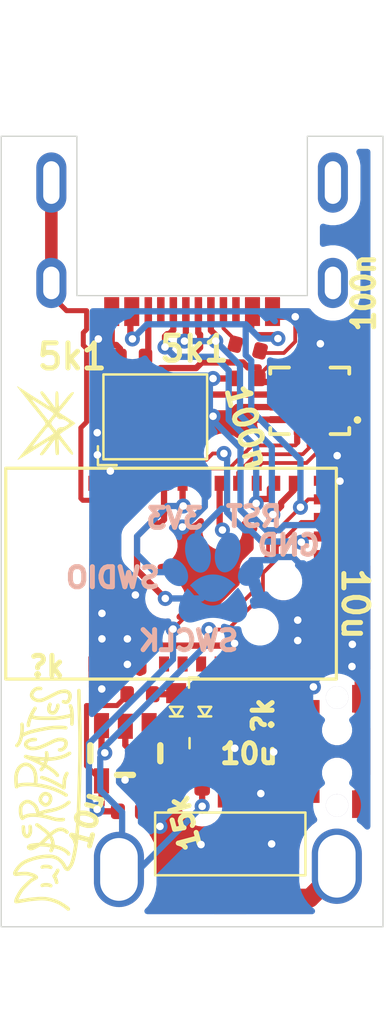
<source format=kicad_pcb>
(kicad_pcb (version 20240108) (generator "pcbnew") (generator_version "8.0")
  (layers (0 "F.Cu" signal) (31 "B.Cu" signal) (34 "B.Paste" user) (35 "F.Paste" user) (36 "B.SilkS" user "B.Silkscreen") (37 "F.SilkS" user "F.Silkscreen") (38 "B.Mask" user) (39 "F.Mask" user) (44 "Edge.Cuts" user))
  (net 0 "")
  (net 1 "B+")
  (net 2 "Net-(ETA4054S1F1-STAT)")
  (net 3 "VBUS")
  (net 4 "Net-(ETA4054S1F1-ISET)")
  (net 5 "Net-(LED1C1-A)")
  (net 6 "SWCLK")
  (net 7 "Net-(LED1n1-A)")
  (net 9 "USB_CHASSIS")
  (net 13 "D-")
  (net 17 "D+")
  (net 18 "SWDIO")
  (net 19 "Net-(MDBT50_1-P0.31)")
  (net 20 "RST")
  (net 22 "SDO")
  (net 25 "+3.3V")
  (net 26 "CS")
  (net 27 "SCL")
  (net 28 "CLK")
  (net 29 "SDA")
  (net 30 "INT1")
  (net 32 "unconnected-(MDBT50_1-P0.00{slash}XL1-Pad11)")
  (net 33 "CLK_EN")
  (net 34 "GND")
  (net 35 "SCX")
  (net 36 "SDX")
  (net 37 "Net-(B-1-Pad1)")
  (net 39 "Net-(U2-CC1)")
  (net 40 "Net-(U2-CC2)")
  (net 41 "Net-(MDBT50_1-P0.30)")
  (footprint "passive_custom:C_0402_JLC" (layer "F.Cu") (at 118.745 73.025)
    (property "Reference" "C1i1" (hide yes))
    (property "Value" "100nf" (hide yes))
  )
  (footprint "oscillator_custom:HCI 1532H4-32K768JWPDTSNL" (layer "F.Cu") (at 115.105088 74.544822)
    (property "Reference" "U4" (hide yes))
    (property "Value" "~" (hide yes))
  )
  (footprint "passive_custom:R_0402_JLC" (layer "F.Cu") (at 114.5032 85.603519)
    (property "Reference" "R2C1" (hide yes))
    (property "Value" "15k" (hide yes))
  )
  (footprint "Switch_Custom:CJS-1200TB" (layer "F.Cu") (at 118.11 91.567)
    (property "Reference" "U5" (hide yes))
    (property "Value" "~" (hide yes))
  )
  (footprint "buttons_custom:GT-TC020B-H035-L05" (layer "F.Cu") (at 122.048 87.884 90)
    (property "Reference" "S1" (hide yes))
    (property "Value" "~" (hide yes))
  )
  (footprint "MDBT50 footprint:MDBT50" (layer "F.Cu") (at 115.745 80.8 90)
    (property "Reference" "MDBT50_1" (hide yes))
    (property "Value" "MDBT50_52833")
  )
  (footprint "justPads_custom:2_3-1.5_2.5_1_1" (layer "F.Cu") (at 113.665 92.583)
    (property "Reference" "B+1" (hide yes))
    (property "Value" "B+" (hide yes))
  )
  (footprint "passive_custom:C_0402_JLC" (layer "F.Cu") (at 122.809 71.628)
    (property "Reference" "C2i1" (hide yes))
    (property "Value" "100nf" (hide yes))
  )
  (footprint "LED_custom:XINGLIGHT XL-1608UBC-04" (layer "F.Cu") (at 115.951 86.36 90)
    (property "Reference" "LED1C1" (hide yes))
    (property "Value" "XINGLIGHT XL-1608UBC-04" (hide yes))
  )
  (footprint "USB-C_Custom:HCTL HC-TYPE-C-16P-CB1.0" (layer "F.Cu") (at 116.586 67.788401 180)
    (property "Reference" "U2" (hide yes))
    (property "Value" "~" (hide yes))
  )
  (footprint "passive_custom:R_0402_JLC" (layer "F.Cu") (at 118.293376 85.893363 -90)
    (property "Reference" "R1n1" (hide yes))
    (property "Value" "15k" (hide yes))
  )
  (footprint "battery_management_custom:ETA4054S2F" (layer "F.Cu") (at 113.919 87.954599 90)
    (property "Reference" "ETA4054S1F1" (hide yes))
    (property "Value" "~" (hide yes))
  )
  (footprint "imu_custom:ICM-42688-P" (layer "F.Cu") (at 121.282705 73.914 180)
    (property "Reference" "U1" (hide yes))
    (property "Value" "ICM-45686" (hide yes))
  )
  (footprint "passive_custom:R_0402_JLC" (layer "F.Cu") (at 115.951 88.9 90)
    (property "Reference" "R1C1" (hide yes))
    (property "Value" "15k" (hide yes))
  )
  (footprint "justPads_custom:2_3-1.5_2.5_1_1" (layer "F.Cu") (at 122.363366 92.456)
    (property "Reference" "B-1" (hide yes))
    (property "Value" "B-" (hide yes))
  )
  (footprint "passive_custom:R_0402_JLC" (layer "F.Cu") (at 118.806183 71.792006 -15)
    (property "Reference" "R1U1" (hide yes))
    (property "Value" "5.1k" (hide yes))
  )
  (footprint "LOGO" (layer "F.Cu") (at 110.871 74.803 90)
    (property "Reference" "G***" (hide yes))
    (property "Value" "LOGO" (hide yes))
  )
  (footprint "passive_custom:C_0402_JLC" (layer "F.Cu") (at 116.991751 88.9 90)
    (property "Reference" "C1n1" (hide yes))
    (property "Value" "10uF" (hide yes))
  )
  (footprint "LED_custom:XINGLIGHT XL-1608UBC-04" (layer "F.Cu") (at 117.094 86.36 90)
    (property "Reference" "LED1n1" (hide yes))
    (property "Value" "XINGLIGHT XL-1608SURC-06")
  )
  (footprint "LOGO" (layer "F.Cu") (at 110.809744 89.767013 90)
    (property "Reference" "G***" (hide yes))
    (property "Value" "LOGO" (hide yes))
  )
  (footprint "passive_custom:C_0402_JLC" (layer "F.Cu") (at 114.121096 90.264496 180)
    (property "Reference" "C1C2" (hide yes))
    (property "Value" "10uF" (hide yes))
  )
  (footprint "passive_custom:R_0402_JLC" (layer "F.Cu") (at 114.215369 72.156074)
    (property "Reference" "R2U1" (hide yes))
    (property "Value" "5.1k" (hide yes))
  )
  (footprint "MDBT50 footprint:Paw-Connect_RevA_TC2030-IDC-NL_2x03_P1.27mm_Vertical" (layer "B.Cu") (at 117.745 81.3 180)
    (property "Reference" "U3" (hide yes))
    (property "Value" "~" (hide yes))
  )
  (gr_line (start 115.697 86.487) (end 116.205 86.487) (stroke (width 0.1)) (layer "F.SilkS"))
  (gr_line (start 116.84 86.106) (end 117.348 86.106) (stroke (width 0.1)) (layer "F.SilkS"))
  (gr_line (start 116.84 86.487) (end 117.348 86.487) (stroke (width 0.1)) (layer "F.SilkS"))
  (gr_line (start 117.348 86.106) (end 117.094 86.487) (stroke (width 0.1)) (layer "F.SilkS"))
  (gr_line (start 116.205 86.106) (end 115.951 86.487) (stroke (width 0.1)) (layer "F.SilkS"))
  (gr_line (start 115.951 86.487) (end 115.697 86.106) (stroke (width 0.1)) (layer "F.SilkS"))
  (gr_line (start 117.094 86.487) (end 116.84 86.106) (stroke (width 0.1)) (layer "F.SilkS"))
  (gr_line (start 115.697 86.106) (end 116.205 86.106) (stroke (width 0.1)) (layer "F.SilkS"))
  (gr_line (start 124.206 63.373) (end 121.186 63.373) (stroke (width 0.05)) (layer "Edge.Cuts"))
  (gr_line (start 111.986 63.373) (end 111.986 69.723) (stroke (width 0.05)) (layer "Edge.Cuts"))
  (gr_line (start 121.186 63.373) (end 121.186 69.723) (stroke (width 0.05)) (layer "Edge.Cuts"))
  (gr_line (start 108.966 63.373) (end 111.986 63.373) (stroke (width 0.05)) (layer "Edge.Cuts"))
  (gr_line (start 108.966 94.869) (end 108.966 63.373) (stroke (width 0.05)) (layer "Edge.Cuts"))
  (gr_line (start 108.966 94.869) (end 124.206 94.869) (stroke (width 0.05)) (layer "Edge.Cuts"))
  (gr_line (start 111.986 69.723) (end 121.186 69.723) (stroke (width 0.05)) (layer "Edge.Cuts"))
  (gr_line (start 124.206 94.869) (end 124.206 63.373) (stroke (width 0.05)) (layer "Edge.Cuts"))
  (gr_text "GND" (at 121.793 80.137 0) (layer "B.SilkS") (effects (font (size 0.8 0.8) (thickness 0.2) (bold yes)) (justify left bottom mirror)))
  (gr_text "SWDIO" (at 115.401862 81.429819 0) (layer "B.SilkS") (effects (font (size 0.8 0.8) (thickness 0.2) (bold yes)) (justify left bottom mirror)))
  (gr_text "RST" (at 120.269 78.994 0) (layer "B.SilkS") (effects (font (size 0.8 0.8) (thickness 0.2) (bold yes)) (justify left bottom mirror)))
  (gr_text "3V3" (at 117.125726 79.062999 0) (layer "B.SilkS") (effects (font (size 0.8 0.8) (thickness 0.2) (bold yes)) (justify left bottom mirror)))
  (gr_text "SWCLK\n" (at 118.532773 83.936411 0) (layer "B.SilkS") (effects (font (size 0.8 0.8) (thickness 0.2) (bold yes)) (justify left bottom mirror)))
  (gr_text "100n" (at 117.806753 73.34274 285) (layer "F.SilkS") (effects (font (size 0.9 0.9) (thickness 0.2)) (justify left bottom)))
  (gr_text "5k1" (at 115.185611 72.430727 0) (layer "F.SilkS") (effects (font (size 1 1) (thickness 0.2)) (justify left bottom)))
  (gr_text "10u" (at 122.511203 80.472243 -90) (layer "F.SilkS") (effects (font (size 1 1) (thickness 0.2)) (justify left bottom)))
  (gr_text "15k" (at 117.0432 91.7956 105) (layer "F.SilkS") (effects (font (size 0.8 0.8) (thickness 0.2) (bold yes)) (justify left bottom)))
  (gr_text "?k" (at 119.888 87.249 90) (layer "F.SilkS") (effects (font (size 0.8 0.8) (thickness 0.2) (bold yes)) (justify left bottom)))
  (gr_text "?k" (at 109.982 84.963 0) (layer "F.SilkS") (effects (font (size 0.8 0.8) (thickness 0.2) (bold yes)) (justify left bottom)))
  (gr_text "5k1" (at 110.307539 72.738227 0) (layer "F.SilkS") (effects (font (size 1 1) (thickness 0.2)) (justify left bottom)))
  (gr_text "10u" (at 112.522 91.948 75) (layer "F.SilkS") (effects (font (size 0.8 0.8) (thickness 0.2) (bold yes)) (justify left bottom)))
  (gr_text "10u" (at 117.602 88.4428 0) (layer "F.SilkS") (effects (font (size 0.8 0.8) (thickness 0.2) (bold yes)) (justify left bottom)))
  (gr_text "100n" (at 123.952 71.247 90) (layer "F.SilkS") (effects (font (size 0.88 0.8) (thickness 0.2)) (justify left bottom)))
  (segment (start 116.987749 89.362599) (end 116.987749 90.0684) (width 0.25) (layer "F.Cu") (net 1))
  (segment (start 119.413634 80.775111) (end 119.969024 80.219721) (width 0.15) (layer "F.Cu") (net 1))
  (segment (start 112.96904 87.807705) (end 113.100525 87.93919) (width 0.25) (layer "F.Cu") (net 1))
  (segment (start 118.014314 83.026686) (end 119.413634 81.627366) (width 0.15) (layer "F.Cu") (net 1))
  (segment (start 119.969024 80.219721) (end 119.969024 79.7113) (width 0.15) (layer "F.Cu") (net 1))
  (segment (start 121.585 78.74) (end 121.745 78.58) (width 0.15) (layer "F.Cu") (net 1))
  (segment (start 119.413634 81.627366) (end 119.413634 80.775111) (width 0.15) (layer "F.Cu") (net 1))
  (segment (start 117.254301 83.026686) (end 118.014314 83.026686) (width 0.15) (layer "F.Cu") (net 1))
  (segment (start 119.969024 79.7113) (end 120.940324 78.74) (width 0.15) (layer "F.Cu") (net 1))
  (segment (start 112.96904 86.854601) (end 112.96904 87.807705) (width 0.25) (layer "F.Cu") (net 1))
  (segment (start 120.940324 78.74) (end 121.585 78.74) (width 0.15) (layer "F.Cu") (net 1))
  (via (at 116.987749 90.0684) (size 0.6) (drill 0.3) (layers "F.Cu" "B.Cu") (net 1))
  (via (at 113.100525 87.93919) (size 0.6) (drill 0.3) (layers "F.Cu" "B.Cu") (net 1))
  (via (at 117.254301 83.026686) (size 0.6) (drill 0.3) (layers "F.Cu" "B.Cu") (net 1))
  (segment (start 113.792 90.300812) (end 113.792 92.329) (width 0.25) (layer "B.Cu") (net 1))
  (segment (start 117.254301 83.532699) (end 113.100525 87.686475) (width 0.25) (layer "B.Cu") (net 1))
  (segment (start 112.917996 89.426808) (end 113.792 90.300812) (width 0.25) (layer "B.Cu") (net 1))
  (segment (start 114.473149 92.583) (end 113.665 92.583) (width 0.25) (layer "B.Cu") (net 1))
  (segment (start 112.917996 88.121719) (end 112.917996 89.426808) (width 0.25) (layer "B.Cu") (net 1))
  (segment (start 117.254301 83.026686) (end 117.254301 83.532699) (width 0.25) (layer "B.Cu") (net 1))
  (segment (start 113.100525 87.686475) (end 113.100525 87.93919) (width 0.25) (layer "B.Cu") (net 1))
  (segment (start 116.987749 90.0684) (end 114.473149 92.583) (width 0.25) (layer "B.Cu") (net 1))
  (segment (start 113.100525 87.93919) (end 112.917996 88.121719) (width 0.25) (layer "B.Cu") (net 1))
  (segment (start 115.899601 86.854601) (end 116.205 87.16) (width 0.25) (layer "F.Cu") (net 2))
  (segment (start 114.868706 86.854601) (end 115.899601 86.854601) (width 0.25) (layer "F.Cu") (net 2))
  (segment (start 119.063634 81.469366) (end 119.063634 80.630136) (width 0.15) (layer "F.Cu") (net 3))
  (segment (start 113.589398 86.054602) (end 113.9932 85.6508) (width 0.2) (layer "F.Cu") (net 3))
  (segment (start 121.226404 77.84) (end 121.745 77.84) (width 0.15) (layer "F.Cu") (net 3))
  (segment (start 112.369041 86.054602) (end 113.589398 86.054602) (width 0.2) (layer "F.Cu") (net 3))
  (segment (start 120.011866 71.433401) (end 119.828429 71.249964) (width 0.15) (layer "F.Cu") (net 3))
  (segment (start 119.619024 80.074746) (end 119.619024 79.44738) (width 0.15) (layer "F.Cu") (net 3))
  (segment (start 113.623696 90.268496) (end 112.871989 90.268496) (width 0.25) (layer "F.Cu") (net 3))
  (segment (start 112.968786 89.054749) (end 112.369041 88.455004) (width 0.2) (layer "F.Cu") (net 3))
  (segment (start 118.237 82.296) (end 119.063634 81.469366) (width 0.15) (layer "F.Cu") (net 3))
  (segment (start 112.968786 90.015403) (end 112.793841 90.190348) (width 0.25) (layer "F.Cu") (net 3))
  (segment (start 118.996 71.117) (end 118.996 70.358401) (width 0.15) (layer "F.Cu") (net 3))
  (segment (start 116.5352 82.296) (end 118.237 82.296) (width 0.15) (layer "F.Cu") (net 3))
  (segment (start 119.128964 71.249964) (end 118.996 71.117) (width 0.15) (layer "F.Cu") (net 3))
  (segment (start 119.619024 79.44738) (end 121.226404 77.84) (width 0.15) (layer "F.Cu") (net 3))
  (segment (start 114.121 71.367979) (end 114.121 70.358401) (width 0.25) (layer "F.Cu") (net 3))
  (segment (start 119.828429 71.249964) (end 119.128964 71.249964) (width 0.15) (layer "F.Cu") (net 3))
  (segment (start 119.063634 80.630136) (end 119.619024 80.074746) (width 0.15) (layer "F.Cu") (net 3))
  (segment (start 113.9932 85.6508) (end 113.9932 85.603518) (width 0.2) (layer "F.Cu") (net 3))
  (segment (start 115.824 83.0072) (end 116.5352 82.296) (width 0.15) (layer "F.Cu") (net 3))
  (segment (start 112.968786 89.054749) (end 112.968786 90.015403) (width 0.25) (layer "F.Cu") (net 3))
  (segment (start 112.369041 88.455004) (end 112.369041 86.054602) (width 0.2) (layer "F.Cu") (net 3))
  (segment (start 114.202062 71.449041) (end 114.121 71.367979) (width 0.25) (layer "F.Cu") (net 3))
  (segment (start 112.871989 90.268496) (end 112.793841 90.190348) (width 0.25) (layer "F.Cu") (net 3))
  (via (at 114.202062 71.449041) (size 0.6) (drill 0.3) (layers "F.Cu" "B.Cu") (net 3))
  (via (at 120.011866 71.433401) (size 0.6) (drill 0.3) (layers "F.Cu" "B.Cu") (net 3))
  (via (at 120.91108 78.155323) (size 0.6) (drill 0.3) (layers "F.Cu" "B.Cu") (net 3))
  (via (at 115.824 83.0072) (size 0.6) (drill 0.3) (layers "F.Cu" "B.Cu") (net 3))
  (via (at 112.793841 90.190348) (size 0.6) (drill 0.3) (layers "F.Cu" "B.Cu") (net 3))
  (segment (start 120.91108 78.155323) (end 120.91108 76.26208) (width 0.25) (layer "B.Cu") (net 3))
  (segment (start 119.292965 71.433401) (end 118.725564 70.866) (width 0.25) (layer "B.Cu") (net 3))
  (segment (start 112.793841 90.190348) (end 112.525525 89.922032) (width 0.15) (layer "B.Cu") (net 3))
  (segment (start 118.725564 70.866) (end 114.785103 70.866) (width 0.25) (layer "B.Cu") (net 3))
  (segment (start 118.946839 74.297839) (end 118.946839 72.314983) (width 0.25) (layer "B.Cu") (net 3))
  (segment (start 115.824 84.214026) (end 112.467996 87.57003) (width 0.25) (layer "B.Cu") (net 3))
  (segment (start 120.011866 71.433401) (end 119.292965 71.433401) (width 0.25) (layer "B.Cu") (net 3))
  (segment (start 115.824 83.0072) (end 115.824 84.214026) (width 0.25) (layer "B.Cu") (net 3))
  (segment (start 120.91108 76.26208) (end 118.946839 74.297839) (width 0.25) (layer "B.Cu") (net 3))
  (segment (start 112.467996 87.57003) (end 112.467996 89.864503) (width 0.25) (layer "B.Cu") (net 3))
  (segment (start 118.725564 72.093708) (end 118.725564 70.866) (width 0.25) (layer "B.Cu") (net 3))
  (segment (start 114.785103 70.866) (end 114.202062 71.449041) (width 0.25) (layer "B.Cu") (net 3))
  (segment (start 118.946839 72.314983) (end 118.725564 72.093708) (width 0.25) (layer "B.Cu") (net 3))
  (segment (start 112.467996 89.864503) (end 112.525525 89.922032) (width 0.25) (layer "B.Cu") (net 3))
  (segment (start 115.224211 89.41) (end 114.86896 89.054749) (width 0.25) (layer "F.Cu") (net 4))
  (segment (start 115.951 89.41) (end 115.224211 89.41) (width 0.25) (layer "F.Cu") (net 4))
  (segment (start 116.16148 85.60352) (end 116.205 85.56) (width 0.25) (layer "F.Cu") (net 5))
  (segment (start 115.0132 85.60352) (end 115.90748 85.60352) (width 0.25) (layer "F.Cu") (net 5))
  (segment (start 115.90748 85.60352) (end 115.951 85.56) (width 0.25) (layer "F.Cu") (net 5))
  (segment (start 115.310728 78.80011) (end 114.898292 78.80011) (width 0.25) (layer "F.Cu") (net 6))
  (segment (start 115.465 78.645838) (end 115.310728 78.80011) (width 0.25) (layer "F.Cu") (net 6))
  (segment (start 114.388482 80.661482) (end 115.515 81.788) (width 0.25) (layer "F.Cu") (net 6))
  (segment (start 115.465 77.2) (end 115.465 78.645838) (width 0.25) (layer "F.Cu") (net 6))
  (segment (start 114.898292 78.80011) (end 114.388482 79.30992) (width 0.25) (layer "F.Cu") (net 6))
  (segment (start 114.388482 79.30992) (end 114.388482 80.661482) (width 0.25) (layer "F.Cu") (net 6))
  (via (at 115.515 81.788) (size 0.6) (drill 0.3) (layers "F.Cu" "B.Cu") (net 6))
  (segment (start 117.405 81.34) (end 116.957 81.788) (width 0.25) (layer "B.Cu") (net 6))
  (segment (start 116.957 81.788) (end 115.515 81.788) (width 0.25) (layer "B.Cu") (net 6))
  (segment (start 118.293375 86.403363) (end 117.937363 86.403363) (width 0.25) (layer "F.Cu") (net 7))
  (segment (start 117.937363 86.403363) (end 117.094 85.56) (width 0.25) (layer "F.Cu") (net 7))
  (segment (start 112.241317 71.201995) (end 112.37214 71.071172) (width 0.2) (layer "F.Cu") (net 9))
  (segment (start 112.37214 74.760471) (end 112.37214 71.829876) (width 0.2) (layer "F.Cu") (net 9))
  (segment (start 112.37214 71.829876) (end 112.241317 71.699053) (width 0.2) (layer "F.Cu") (net 9))
  (segment (start 114.725 77.56) (end 114.4086 77.8764) (width 0.2) (layer "F.Cu") (net 9))
  (segment (start 110.966 65.218401) (end 110.966 69.218401) (width 0.5) (layer "F.Cu") (net 9))
  (segment (start 112.37214 71.071172) (end 112.37214 70.323) (width 0.2) (layer "F.Cu") (net 9))
  (segment (start 122.206 69.818) (end 122.206 69.218401) (width 0.25) (layer "F.Cu") (net 9))
  (segment (start 112.2214 77.8764) (end 112.145 77.8) (width 0.2) (layer "F.Cu") (net 9))
  (segment (start 112.145 77.8) (end 112.145 74.987611) (width 0.2) (layer "F.Cu") (net 9))
  (segment (start 112.145 74.987611) (end 112.37214 74.760471) (width 0.2) (layer "F.Cu") (net 9))
  (segment (start 111.5726 70.323) (end 110.966 69.7164) (width 0.2) (layer "F.Cu") (net 9))
  (segment (start 114.4086 77.8764) (end 112.2214 77.8764) (width 0.2) (layer "F.Cu") (net 9))
  (segment (start 112.241317 71.699053) (end 112.241317 71.201995) (width 0.2) (layer "F.Cu") (net 9))
  (segment (start 110.966 69.218401) (end 110.966 69.668401) (width 0.25) (layer "F.Cu") (net 9))
  (segment (start 114.725 77.2) (end 114.725 77.56) (width 0.2) (layer "F.Cu") (net 9))
  (segment (start 110.966 69.7164) (end 110.966 69.218401) (width 0.2) (layer "F.Cu") (net 9))
  (segment (start 112.37214 70.323) (end 111.5726 70.323) (width 0.2) (layer "F.Cu") (net 9))
  (segment (start 116.336 71.478872) (end 116.336 70.358401) (width 0.25) (layer "F.Cu") (net 13))
  (segment (start 117.530166 71.302166) (end 117.336 71.108) (width 0.25) (layer "F.Cu") (net 13))
  (segment (start 120.645 77.475) (end 120.645 77.2) (width 0.25) (layer "F.Cu") (net 13))
  (segment (start 117.336 71.108) (end 117.336 70.358401) (width 0.25) (layer "F.Cu") (net 13))
  (segment (start 120.14 78.113231) (end 120.14 77.98) (width 0.25) (layer "F.Cu") (net 13))
  (segment (start 117.530166 71.534706) (end 117.530166 71.302166) (width 0.25) (layer "F.Cu") (net 13))
  (segment (start 120.14 77.98) (end 120.645 77.475) (width 0.25) (layer "F.Cu") (net 13))
  (segment (start 116.280166 71.534706) (end 116.336 71.478872) (width 0.25) (layer "F.Cu") (net 13))
  (segment (start 119.808778 78.444453) (end 120.14 78.113231) (width 0.25) (layer "F.Cu") (net 13))
  (via (at 116.280166 71.534706) (size 0.6) (drill 0.3) (layers "F.Cu" "B.Cu") (net 13))
  (via (at 117.530166 71.534706) (size 0.6) (drill 0.3) (layers "F.Cu" "B.Cu") (net 13))
  (via (at 119.808778 78.444453) (size 0.6) (drill 0.3) (layers "F.Cu" "B.Cu") (net 13))
  (segment (start 119.768596 78.404271) (end 119.808778 78.444453) (width 0.25) (layer "B.Cu") (net 13))
  (segment (start 117.530166 71.534706) (end 116.280166 71.534706) (width 0.25) (layer "B.Cu") (net 13))
  (segment (start 118.496839 72.501379) (end 118.496839 74.484235) (width 0.25) (layer "B.Cu") (net 13))
  (segment (start 119.768596 75.755992) (end 119.768596 78.404271) (width 0.25) (layer "B.Cu") (net 13))
  (segment (start 117.530166 71.534706) (end 118.496839 72.501379) (width 0.25) (layer "B.Cu") (net 13))
  (segment (start 118.496839 74.484235) (end 119.768596 75.755992) (width 0.25) (layer "B.Cu") (net 13))
  (segment (start 115.502655 71.7704) (end 115.502655 71.346946) (width 0.25) (layer "F.Cu") (net 17))
  (segment (start 119.318598 77.825) (end 119.69 77.825) (width 0.25) (layer "F.Cu") (net 17))
  (segment (start 119.69 77.825) (end 119.69 77.415) (width 0.25) (layer "F.Cu") (net 17))
  (segment (start 115.502655 71.7704) (end 115.891961 72.159706) (width 0.25) (layer "F.Cu") (net 17))
  (segment (start 119.143596 78.000002) (end 119.318598 77.825) (width 0.25) (layer "F.Cu") (net 17))
  (segment (start 116.53905 72.159706) (end 116.905166 71.79359) (width 0.25) (layer "F.Cu") (net 17))
  (segment (start 115.836 71.095) (end 115.836 70.358401) (width 0.25) (layer "F.Cu") (net 17))
  (segment (start 115.5912 71.258401) (end 115.672599 71.258401) (width 0.25) (layer "F.Cu") (net 17))
  (segment (start 116.831 71.201656) (end 116.831 70.363401) (width 0.25) (layer "F.Cu") (net 17))
  (segment (start 116.905166 71.275822) (end 116.831 71.201656) (width 0.25) (layer "F.Cu") (net 17))
  (segment (start 119.69 77.415) (end 119.905 77.2) (width 0.25) (layer "F.Cu") (net 17))
  (segment (start 115.891961 72.159706) (end 116.53905 72.159706) (width 0.25) (layer "F.Cu") (net 17))
  (segment (start 115.502655 71.346946) (end 115.5912 71.258401) (width 0.25) (layer "F.Cu") (net 17))
  (segment (start 116.905166 71.79359) (end 116.905166 71.275822) (width 0.25) (layer "F.Cu") (net 17))
  (segment (start 115.672599 71.258401) (end 115.836 71.095) (width 0.25) (layer "F.Cu") (net 17))
  (via (at 115.502655 71.7704) (size 0.6) (drill 0.3) (layers "F.Cu" "B.Cu") (net 17))
  (via (at 119.143596 78.000002) (size 0.6) (drill 0.3) (layers "F.Cu" "B.Cu") (net 17))
  (segment (start 119.143596 75.767388) (end 118.046839 74.670631) (width 0.25) (layer "B.Cu") (net 17))
  (segment (start 119.143596 78.000002) (end 119.143596 75.767388) (width 0.25) (layer "B.Cu") (net 17))
  (segment (start 118.046839 72.707839) (end 117.498706 72.159706) (width 0.25) (layer "B.Cu") (net 17))
  (segment (start 117.498706 72.159706) (end 115.891961 72.159706) (width 0.25) (layer "B.Cu") (net 17))
  (segment (start 118.046839 74.670631) (end 118.046839 72.707839) (width 0.25) (layer "B.Cu") (net 17))
  (segment (start 115.891961 72.159706) (end 115.502655 71.7704) (width 0.25) (layer "B.Cu") (net 17))
  (segment (start 116.205 78.079351) (end 116.230686 78.105037) (width 0.25) (layer "F.Cu") (net 18))
  (segment (start 116.205 77.2) (end 116.205 78.079351) (width 0.25) (layer "F.Cu") (net 18))
  (via (at 116.230686 78.105037) (size 0.6) (drill 0.3) (layers "F.Cu" "B.Cu") (net 18))
  (segment (start 114.388482 80.0309) (end 114.388482 79.30992) (width 0.25) (layer "B.Cu") (net 18))
  (segment (start 115.925 80.74) (end 115.097582 80.74) (width 0.25) (layer "B.Cu") (net 18))
  (segment (start 115.593365 78.105037) (end 116.230686 78.105037) (width 0.25) (layer "B.Cu") (net 18))
  (segment (start 115.097582 80.74) (end 114.388482 80.0309) (width 0.25) (layer "B.Cu") (net 18))
  (segment (start 114.388482 79.30992) (end 115.593365 78.105037) (width 0.25) (layer "B.Cu") (net 18))
  (segment (start 121.073 86.184) (end 120.539 86.184) (width 0.25) (layer "F.Cu") (net 19))
  (segment (start 119.165 84.81) (end 119.165 84.4) (width 0.25) (layer "F.Cu") (net 19))
  (segment (start 120.539 86.184) (end 119.165 84.81) (width 0.25) (layer "F.Cu") (net 19))
  (segment (start 117.685 78.95) (end 117.685 77.2) (width 0.25) (layer "F.Cu") (net 20))
  (segment (start 117.7958 79.0608) (end 117.685 78.95) (width 0.25) (layer "F.Cu") (net 20))
  (via (at 117.7958 79.0608) (size 0.6) (drill 0.3) (layers "F.Cu" "B.Cu") (net 20))
  (segment (start 118.015 79.28) (end 118.015 80) (width 0.25) (layer "B.Cu") (net 20))
  (segment (start 117.7958 79.0608) (end 118.015 79.28) (width 0.25) (layer "B.Cu") (net 20))
  (segment (start 123.0884 74.7268) (end 123.0884 79.1972) (width 0.2) (layer "F.Cu") (net 22))
  (segment (start 123.0884 79.1972) (end 122.2256 80.06) (width 0.2) (layer "F.Cu") (net 22))
  (segment (start 123.0249 74.6633) (end 123.0884 74.7268) (width 0.2) (layer "F.Cu") (net 22))
  (segment (start 122.545085 74.6633) (end 123.0249 74.6633) (width 0.2) (layer "F.Cu") (net 22))
  (segment (start 122.2256 80.06) (end 121.745 80.06) (width 0.2) (layer "F.Cu") (net 22))
  (segment (start 122.7214 71.039) (end 123.3064 71.624) (width 0.15) (layer "F.Cu") (net 25))
  (segment (start 121.112208 71.670233) (end 121.112208 71.338863) (width 0.15) (layer "F.Cu") (net 25))
  (segment (start 115.093432 74.679547) (end 114.097139 73.683254) (width 0.15) (layer "F.Cu") (net 25))
  (segment (start 118.816891 72.584001) (end 118.61889 72.386) (width 0.25) (layer "F.Cu") (net 25))
  (segment (start 114.580094 73.357304) (end 114.580094 73.686094) (width 0.25) (layer "F.Cu") (net 25))
  (segment (start 119.792 72.359) (end 120.427 72.359) (width 0.15) (layer "F.Cu") (net 25))
  (segment (start 116.747294 72.609706) (end 115.327692 72.609706) (width 0.25) (layer "F.Cu") (net 25))
  (segment (start 119.2424 72.9086) (end 119.792 72.359) (width 0.15) (layer "F.Cu") (net 25))
  (segment (start 121.797 72.259) (end 121.783085 72.272915) (width 0.25) (layer "F.Cu") (net 25))
  (segment (start 120.427 72.359) (end 120.902283 71.883717) (width 0.15) (layer "F.Cu") (net 25))
  (segment (start 115.327692 72.609706) (end 114.580094 73.357304) (width 0.25) (layer "F.Cu") (net 25))
  (segment (start 115.093432 76.104432) (end 115.093432 74.679547) (width 0.15) (layer "F.Cu") (net 25))
  (segment (start 121.112208 71.338863) (end 121.412071 71.039) (width 0.15) (layer "F.Cu") (net 25))
  (segment (start 116.971 72.386) (end 116.747294 72.609706) (width 0.25) (layer "F.Cu") (net 25))
  (segment (start 123.3064 71.63549) (end 122.68289 72.259) (width 0.25) (layer "F.Cu") (net 25))
  (segment (start 123.3064 71.624) (end 123.3064 71.63549) (width 0.25) (layer "F.Cu") (net 25))
  (segment (start 117.162979 76.258021) (end 115.247021 76.258021) (width 0.15) (layer "F.Cu") (net 25))
  (segment (start 120.020325 73.1647) (end 119.2591 73.1647) (width 0.25) (layer "F.Cu") (net 25))
  (segment (start 119.2424 73.021) (end 119.2424 72.9086) (width 0.15) (layer "F.Cu") (net 25))
  (segment (start 117.4088 76.0122) (end 117.162979 76.258021) (width 0.15) (layer "F.Cu") (net 25))
  (segment (start 121.173497 79.32) (end 121.745 79.32) (width 0.25) (layer "F.Cu") (net 25))
  (segment (start 122.68289 72.259) (end 121.797 72.259) (width 0.25) (layer "F.Cu") (net 25))
  (segment (start 120.945715 79.547782) (end 121.173497 79.32) (width 0.25) (layer "F.Cu") (net 25))
  (segment (start 119.2424 72.584001) (end 118.816891 72.584001) (width 0.25) (layer "F.Cu") (net 25))
  (segment (start 118.61889 72.386) (end 116.971 72.386) (width 0.25) (layer "F.Cu") (net 25))
  (segment (start 119.2424 73.148) (end 119.2424 72.584001) (width 0.25) (layer "F.Cu") (net 25))
  (segment (start 115.247021 76.258021) (end 115.093432 76.104432) (width 0.15) (layer "F.Cu") (net 25))
  (segment (start 114.097139 73.683254) (end 113.99714 73.683254) (width 0.25) (layer "F.Cu") (net 25))
  (segment (start 121.412071 71.039) (end 122.7214 71.039) (width 0.15) (layer "F.Cu") (net 25))
  (segment (start 119.2591 73.1647) (end 119.2424 73.148) (width 0.25) (layer "F.Cu") (net 25))
  (segment (start 121.783085 72.272915) (end 121.783085 72.90054) (width 0.25) (layer "F.Cu") (net 25))
  (segment (start 120.934462 71.847979) (end 121.112208 71.670233) (width 0.15) (layer "F.Cu") (net 25))
  (segment (start 117.856 76.0122) (end 117.4088 76.0122) (width 0.15) (layer "F.Cu") (net 25))
  (via (at 120.945715 79.547782) (size 0.6) (drill 0.3) (layers "F.Cu" "B.Cu") (net 25))
  (via (at 117.856 76.0122) (size 0.6) (drill 0.3) (layers "F.Cu" "B.Cu") (net 25))
  (segment (start 117.983 78.359686) (end 117.983 78.2166) (width 0.25) (layer "B.Cu") (net 25))
  (segment (start 120.945715 79.547782) (end 120.899933 79.502) (width 0.25) (layer "B.Cu") (net 25))
  (segment (start 119.363498 79.519453) (end 118.919047 79.075002) (width 0.25) (layer "B.Cu") (net 25))
  (segment (start 120.917386 79.519453) (end 119.363498 79.519453) (width 0.25) (layer "B.Cu") (net 25))
  (segment (start 120.945715 79.547782) (end 120.917386 79.519453) (width 0.25) (layer "B.Cu") (net 25))
  (segment (start 118.698316 79.075002) (end 117.983 78.359686) (width 0.25) (layer "B.Cu") (net 25))
  (segment (start 116.815 79.157716) (end 116.815 80.02) (width 0.25) (layer "B.Cu") (net 25))
  (segment (start 117.756116 78.2166) (end 116.815 79.157716) (width 0.25) (layer "B.Cu") (net 25))
  (segment (start 117.983 76.1392) (end 117.983 78.2166) (width 0.25) (layer "B.Cu") (net 25))
  (segment (start 118.919047 79.075002) (end 118.698316 79.075002) (width 0.25) (layer "B.Cu") (net 25))
  (segment (start 116.815 79.563537) (end 116.815 80.02) (width 0.2) (layer "B.Cu") (net 25))
  (segment (start 117.983 78.2166) (end 117.756116 78.2166) (width 0.25) (layer "B.Cu") (net 25))
  (segment (start 117.856 76.0122) (end 117.983 76.1392) (width 0.25) (layer "B.Cu") (net 25))
  (segment (start 120.782325 74.92746) (end 120.782325 75.559675) (width 0.25) (layer "F.Cu") (net 26))
  (segment (start 118.073352 76.608021) (end 117.226979 76.608021) (width 0.15) (layer "F.Cu") (net 26))
  (segment (start 120.782325 75.559675) (end 120.782325 75.618844) (width 0.15) (layer "F.Cu") (net 26))
  (segment (start 118.989373 75.692) (end 118.073352 76.608021) (width 0.15) (layer "F.Cu") (net 26))
  (segment (start 117.226979 76.608021) (end 116.945 76.89) (width 0.15) (layer "F.Cu") (net 26))
  (segment (start 120.709169 75.692) (end 118.989373 75.692) (width 0.15) (layer "F.Cu") (net 26))
  (segment (start 116.945 76.89) (end 116.945 77.2) (width 0.15) (layer "F.Cu") (net 26))
  (segment (start 120.782325 75.618844) (end 120.709169 75.692) (width 0.15) (layer "F.Cu") (net 26))
  (segment (start 121.003023 76.042) (end 121.282705 75.762318) (width 0.15) (layer "F.Cu") (net 27))
  (segment (start 119.157 76.042) (end 121.003023 76.042) (width 0.15) (layer "F.Cu") (net 27))
  (segment (start 121.282705 75.762318) (end 121.282705 75.694295) (width 0.15) (layer "F.Cu") (net 27))
  (segment (start 121.282705 75.694295) (end 121.282705 74.92746) (width 0.25) (layer "F.Cu") (net 27))
  (segment (start 118.425 76.774) (end 119.157 76.042) (width 0.15) (layer "F.Cu") (net 27))
  (segment (start 118.425 77.2) (end 118.425 76.774) (width 0.15) (layer "F.Cu") (net 27))
  (segment (start 116.215208 73.66508) (end 116.197288 73.683) (width 0.25) (layer "F.Cu") (net 28))
  (segment (start 120.020325 73.66508) (end 116.215208 73.66508) (width 0.25) (layer "F.Cu") (net 28))
  (segment (start 116.560368 74.04608) (end 116.197288 73.683) (width 0.25) (layer "F.Cu") (net 28))
  (segment (start 121.783085 75.7596) (end 121.150685 76.392) (width 0.15) (layer "F.Cu") (net 29))
  (segment (start 121.150685 76.392) (end 119.3785 76.392) (width 0.15) (layer "F.Cu") (net 29))
  (segment (start 119.165 76.6055) (end 119.165 77.2) (width 0.15) (layer "F.Cu") (net 29))
  (segment (start 119.3785 76.392) (end 119.165 76.6055) (width 0.15) (layer "F.Cu") (net 29))
  (segment (start 121.783085 75.688889) (end 121.783085 75.7596) (width 0.15) (layer "F.Cu") (net 29))
  (segment (start 121.783085 74.92746) (end 121.783085 75.688889) (width 0.25) (layer "F.Cu") (net 29))
  (segment (start 123.5964 79.4486) (end 122.245 80.8) (width 0.2) (layer "F.Cu") (net 30))
  (segment (start 123.5964 73.521239) (end 123.5964 79.4486) (width 0.2) (layer "F.Cu") (net 30))
  (segment (start 122.245 80.8) (end 121.745 80.8) (width 0.2) (layer "F.Cu") (net 30))
  (segment (start 123.239861 73.1647) (end 123.5964 73.521239) (width 0.2) (layer "F.Cu") (net 30))
  (segment (start 122.545085 73.1647) (end 123.239861 73.1647) (width 0.2) (layer "F.Cu") (net 30))
  (segment (start 121.75008 83.76508) (end 121.745 83.76) (width 0.25) (layer "F.Cu") (net 32))
  (segment (start 113.985 75.41681) (end 113.985 77.2) (width 0.25) (layer "F.Cu") (net 33))
  (segment (start 113.954052 75.385862) (end 113.985 75.41681) (width 0.25) (layer "F.Cu") (net 33))
  (segment (start 118.277973 87.815576) (end 118.277973 88.392) (width 0.5) (layer "F.Cu") (net 34))
  (segment (start 113.132711 76.712289) (end 112.645 77.2) (width 0.25) (layer "F.Cu") (net 34))
  (segment (start 117.094 87.16) (end 117.692851 87.16) (width 0.25) (layer "F.Cu") (net 34))
  (segment (start 112.5728 84.9884) (end 112.5728 84.4722) (width 0.25) (layer "F.Cu") (net 34))
  (segment (start 121.745 77.1) (end 121.745 76.7306) (width 0.2) (layer "F.Cu") (net 34))
  (segment (start 120.703772 70.565097) (end 120.002696 70.565097) (width 0.25) (layer "F.Cu") (net 34))
  (segment (start 113.376 70.358401) (end 113.376 71.688645) (width 0.25) (layer "F.Cu") (net 34))
  (segment (start 121.428945 85.054397) (end 121.745 84.738342) (width 0.25) (layer "F.Cu") (net 34))
  (segment (start 116.9416 91.44) (end 118.11 90.2716) (width 0.25) (layer "F.Cu") (net 34))
  (segment (start 114.271585 83.6676) (end 114.002 83.398015) (width 0.25) (layer "F.Cu") (net 34))
  (segment (start 120.7516 87.884) (end 120.0404 88.5952) (width 0.25) (layer "F.Cu") (net 34))
  (segment (start 121.745 84.5) (end 122.967417 84.5) (width 0.25) (layer "F.Cu") (net 34))
  (segment (start 121.713714 71.633151) (end 121.786453 71.633151) (width 0.25) (layer "F.Cu") (net 34))
  (segment (start 120.002696 70.565097) (end 119.796 70.358401) (width 0.25) (layer "F.Cu") (net 34))
  (segment (start 122.968239 84.499178) (end 123.323 84.853939) (width 0.5) (layer "F.Cu") (net 34))
  (segment (start 120.752132 87.904868) (end 119.843707 87.904868) (width 0.25) (layer "F.Cu") (net 34))
  (segment (start 116.975151 88.39) (end 116.987751 88.4026) (width 0.25) (layer "F.Cu") (net 34))
  (segment (start 113.12632 71.653268) (end 112.796828 71.98276) (width 0.25) (layer "F.Cu") (net 34))
  (segment (start 112.9792 85.3948) (end 112.5728 84.9884) (width 0.25) (layer "F.Cu") (net 34))
  (segment (start 120.904 87.753) (end 120.752132 87.904868) (width 0.25) (layer "F.Cu") (net 34))
  (segment (start 118.277973 88.392) (end 118.277973 89.228573) (width 0.5) (layer "F.Cu") (net 34))
  (segment (start 114.583694 90.504494) (end 114.947932 90.868732) (width 0.25) (layer "F.Cu") (net 34))
  (segment (start 119.383801 72.009) (end 119.298805 71.924004) (width 0.15) (layer "F.Cu") (net 34))
  (segment (start 120.703772 70.565097) (end 120.70235 70.566519) (width 0.15) (layer "F.Cu") (net 34))
  (segment (start 115.697 88.136) (end 114.425 88.136) (width 0.25) (layer "F.Cu") (net 34))
  (segment (start 117.094 88.296351) (end 116.987751 88.4026) (width 0.25) (layer "F.Cu") (net 34))
  (segment (start 121.428945 85.311444) (end 121.428945 85.054397) (width 0.25) (layer "F.Cu") (net 34))
  (segment (start 121.745 76.7306) (end 122.3772 76.0984) (width 0.2) (layer "F.Cu") (net 34))
  (segment (start 117.933225 88.113625) (end 118.289851 87.757) (width 0.25) (layer "F.Cu") (net 34))
  (segment (start 118.3132 89.2638) (end 118.11 89.467) (width 0.25) (layer "F.Cu") (net 34))
  (segment (start 115.951 88.39) (end 115.697 88.136) (width 0.25) (layer "F.Cu") (net 34))
  (segment (start 117.644251 88.4026) (end 117.857025 88.189825) (width 0.25) (layer "F.Cu") (net 34))
  (segment (start 117.150388 75.3872) (end 116.201466 75.3872) (width 0.25) (layer "F.Cu") (net 34))
  (segment (start 114.947932 90.868732) (end 115.303533 90.868732) (width 0.25) (layer "F.Cu") (net 34))
  (segment (start 117.644251 88.4026) (end 118.267373 88.4026) (width 0.25) (layer "F.Cu") (net 34))
  (segment (start 116.987751 88.4026) (end 116.987751 88.301887) (width 0.25) (layer "F.Cu") (net 34))
  (segment (start 113.12632 71.16552) (end 112.841317 71.450524) (width 0.25) (layer "F.Cu") (net 34))
  (segment (start 120.773 87.884) (end 120.7516 87.884) (width 0.25) (layer "F.Cu") (net 34))
  (segment (start 117.857025 88.189825) (end 117.933225 88.113625) (width 0.25) (layer "F.Cu") (net 34))
  (segment (start 121.786453 71.633151) (end 120.782325 72.637279) (width 0.25) (layer "F.Cu") (net 34))
  (segment (start 118.281068 83.57766) (end 118.191128 83.6676) (width 0.25) (layer "F.Cu") (net 34))
  (segment (start 122.967417 84.5) (end 122.968239 84.499178) (width 0.25) (layer "F.Cu") (net 34))
  (segment (start 113.376 71.688645) (end 112.884772 72.179873) (width 0.25) (layer "F.Cu") (net 34))
  (segment (start 117.933225 88.691575) (end 117.989358 88.747708) (width 0.25) (layer "F.Cu") (net 34))
  (segment (start 112.884772 72.179873) (end 112.79714 72.267505) (width 0.25) (layer "F.Cu") (net 34))
  (segment (start 118.11 90.2716) (end 118.11 89.467) (width 0.25) (layer "F.Cu") (net 34))
  (segment (start 117.421839 73.025) (end 117.9816 73.025) (width 0.25) (layer "F.Cu") (net 34))
  (segment (start 113.376 70.358401) (end 113.376 70.915841) (width 0.25) (layer "F.Cu") (net 34))
  (segment (start 112.5728 84.4722) (end 112.645 84.4) (width 0.25) (layer "F.Cu") (net 34))
  (segment (start 123.323 84.853939) (end 123.323 85.784) (width 0.5) (layer "F.Cu") (net 34))
  (segment (start 120.020325 74.16292) (end 118.374668 74.16292) (width 0.25) (layer "F.Cu") (net 34))
  (segment (start 112.841317 71.450524) (end 112.796828 71.495013) (width 0.25) (layer "F.Cu") (net 34))
  (segment (start 113.12632 71.16552) (end 113.12632 71.653268) (width 0.25) (layer "F.Cu") (net 34))
  (segment (start 117.421839 75.115749) (end 117.150388 75.3872) (width 0.25) (layer "F.Cu") (net 34))
  (segment (start 114.425 88.136) (end 113.919 87.63) (width 0.25) (layer "F.Cu") (net 34))
  (segment (start 121.706241 71.640624) (end 121.713714 71.633151) (width 0.25) (layer "F.Cu") (net 34))
  (segment (start 119.196242 71.875068) (end 119.373212 72.052038) (width 0.15) (layer "F.Cu") (net 34))
  (segment (start 120.773 87.884) (end 121.8692 87.884) (width 0.75) (layer "F.Cu") (net 34))
  (segment (start 121.745 84.738342) (end 121.745 84.5) (width 0.25) (layer "F.Cu") (net 34))
  (segment (start 113.919 87.63) (end 113.919 86.880001) (width 0.25) (layer "F.Cu") (net 34))
  (segment (start 118.11 88.868349) (end 117.989358 88.747708) (width 0.25) (layer "F.Cu") (net 34))
  (segment (start 117.094 87.335086) (end 117.094 87.16) (width 0.25) (layer "F.Cu") (net 34))
  (segment (start 121.786453 71.633151) (end 121.282705 72.136899) (width 0.25) (layer "F.Cu") (net 34))
  (segment (start 118.191128 83.6676) (end 114.271585 83.6676) (width 0.25) (layer "F.Cu") (net 34))
  (segment (start 117.421839 74.528962) (end 117.421839 75.115749) (width 0.25) (layer "F.Cu") (net 34))
  (segment (start 121.706241 71.640624) (end 121.664571 71.682294) (width 0.25) (layer "F.Cu") (net 34))
  (segment (start 120.70235 71.55609) (end 120.24944 72.009) (width 0.15) (layer "F.Cu") (net 34))
  (segment (start 113.705369 71.836232) (end 113.557782 71.688645) (width 0.25) (layer "F.Cu") (net 34))
  (segment (start 122.474 77.1) (end 122.4884 77.1144) (width 0.25) (layer "F.Cu") (net 34))
  (segment (start 120.0842 88.5952) (end 121.073 89.584) (width 0.4) (layer "F.Cu") (net 34))
  (segment (start 117.874288 74.6633) (end 120.020325 74.6633) (width 0.25) (layer "F.Cu") (net 34))
  (segment (start 112.796828 71.495013) (end 112.796828 71.98276) (width 0.25) (layer "F.Cu") (net 34))
  (segment (start 117.692851 87.16) (end 118.289851 87.757) (width 0.25) (layer "F.Cu") (net 34))
  (segment (start 118.277973 89.228573) (end 118.3132 89.2638) (width 0.5) (layer "F.Cu") (net 34))
  (segment (start 118.289851 87.757) (end 118.3132 87.780349) (width 0.25) (layer "F.Cu") (net 34))
  (segment (start 120.0404 88.5952) (end 120.0842 88.5952) (width 0.25) (layer "F.Cu") (net 34))
  (segment (start 120.782325 72.637279) (end 120.782325 72.90054) (width 0.25) (layer "F.Cu") (net 34))
  (segment (start 123.323 89.984) (end 123.323 85.784) (width 0.5) (layer "F.Cu") (net 34))
  (segment (start 113.321571 76.712289) (end 113.132711 76.712289) (width 0.25) (layer "F.Cu") (net 34))
  (segment (start 117.644251 88.4026) (end 117.792514 88.550863) (width 0.25) (layer "F.Cu") (net 34))
  (segment (start 112.79714 77.04786) (end 112.645 77.2) (width 0.25) (layer "F.Cu") (net 34))
  (segment (start 118.11 89.467) (end 118.11 88.868349) (width 0.25) (layer "F.Cu") (net 34))
  (segment (start 120.24944 72.009) (end 119.383801 72.009) (width 0.15) (layer "F.Cu") (net 34))
  (segment (start 112.796828 72.267193) (end 112.79714 72.267505) (width 0.25) (layer "F.Cu") (net 34))
  (segment (start 117.094 87.16) (end 117.094 88.296351) (width 0.25) (layer "F.Cu") (net 34))
  (segment (start 114.583694 90.268498) (end 114.583694 90.504494) (width 0.25) (layer "F.Cu") (net 34))
  (segment (start 112.796828 71.98276) (end 112.796828 72.267193) (width 0.25) (layer "F.Cu") (net 34))
  (segment (start 113.705369 72.156074) (end 113.705369 71.836232) (width 0.25) (layer "F.Cu") (net 34))
  (segment (start 118.267373 88.4026) (end 118.277973 88.392) (width 0.25) (layer "F.Cu") (net 34))
  (segment (start 118.3132 87.780349) (end 118.277973 87.815576) (width 0.5) (layer "F.Cu") (net 34))
  (segment (start 113.557782 71.688645) (end 113.376 71.688645) (width 0.25) (layer "F.Cu") (net 34))
  (segment (start 116.9416 91.5924) (end 116.9416 91.44) (width 0.25) (layer "F.Cu") (net 34))
  (segment (start 117.792514 88.550863) (end 117.792514 89.553802) (width 0.25) (layer "F.Cu") (net 34))
  (segment (start 116.201466 75.3872) (end 116.197288 75.383022) (width 0.25) (layer "F.Cu") (net 34))
  (segment (start 113.376 70.915841) (end 113.12632 71.16552) (width 0.25) (layer "F.Cu") (net 34))
  (segment (start 117.989358 88.747708) (end 117.644251 88.4026) (width 0.25) (layer "F.Cu") (net 34))
  (segment (start 121.282705 72.136899) (end 121.282705 72.90054) (width 0.25) (layer "F.Cu") (net 34))
  (segment (start 121.722865 71.624) (end 122.0924 71.624) (width 0.25) (layer "F.Cu") (net 34))
  (segment (start 112.79714 72.267505) (end 112.79714 77.04786) (width 0.25) (layer "F.Cu") (net 34))
  (segment (start 118.374668 74.16292) (end 117.874288 74.6633) (width 0.25) (layer "F.Cu") (net 34))
  (segment (start 117.150388 75.3872) (end 117.874288 74.6633) (width 0.25) (layer "F.Cu") (net 34))
  (segment (start 121.745 77.1) (end 122.474 77.1) (width 0.25) (layer "F.Cu") (net 34))
  (segment (start 118.2034 89.5604) (end 118.11 89.467) (width 0.25) (layer "F.Cu") (net 34))
  (segment (start 115.951 88.39) (end 116.975151 88.39) (width 0.25) (layer "F.Cu") (net 34))
  (segment (start 121.706241 71.640624) (end 121.722865 71.624) (width 0.25) (layer "F.Cu") (net 34))
  (segment (start 120.70235 70.566519) (end 120.70235 71.55609) (width 0.15) (layer "F.Cu") (net 34))
  (segment (start 117.933225 88.113625) (end 117.933225 88.691575) (width 0.25) (layer "F.Cu") (net 34))
  (segment (start 116.987751 88.4026) (end 117.644251 88.4026) (width 0.25) (layer "F.Cu") (net 34))
  (segment (start 121.756 77.089) (end 121.745 77.1) (width 0.25) (layer "F.Cu") (net 34))
  (segment (start 119.3292 89.5604) (end 118.2034 89.5604) (width 0.25) (layer "F.Cu") (net 34))
  (via (at 112.804249 76.067031) (size 0.6) (drill 0.3) (layers "F.Cu" "B.Cu") (net 34))
  (via (at 117.421839 73.025) (size 0.6) (drill 0.3) (layers "F.Cu" "B.Cu") (net 34))
  (via (at 114.002 83.398015) (size 0.6) (drill 0.3) (layers "F.Cu" "B.Cu") (net 34))
  (via (at 115.303533 90.868732) (size 0.6) (drill 0.3) (layers "F.Cu" "B.Cu") (net 34))
  (via (at 114.002 84.414015) (size 0.6) (drill 0.3) (layers "F.Cu" "B.Cu") (net 34))
  (via (at 112.841317 71.450524) (size 0.6) (drill 0.3) (layers "F.Cu" "B.Cu") (net 34))
  (via (at 120.8024 83.4644) (size 0.6) (drill 0.3) (layers "F.Cu" "B.Cu") (net 34))
  (via (at 112.986 83.398015) (size 0.6) (drill 0.3) (layers "F.Cu" "B.Cu") (net 34))
  (via (at 112.9792 85.3948) (size 0.6) (drill 0.3) (layers "F.Cu" "B.Cu") (net 34))
  (via (at 122.4884 77.1144) (size 0.6) (drill 0.3) (layers "F.Cu" "B.Cu") (net 34))
  (via (at 122.9826 83.6168) (size 0.6) (drill 0.3) (layers "F.Cu" "B.Cu") (net 34))
  (via (at 122.3772 76.0984) (size 0.6) (drill 0.3) (layers "F.Cu" "B.Cu") (net 34))
  (via (at 122.968239 84.499178) (size 0.6) (drill 0.3) (layers "F.Cu" "B.Cu") (net 34))
  (via (at 117.421839 74.528962) (size 0.6) (drill 0.3) (layers "F.Cu" "B.Cu") (net 34))
  (via (at 112.986 82.382015) (size 0.6) (drill 0.3) (layers "F.Cu" "B.Cu") (net 34))
  (via (at 116.195808 78.940577) (size 0.6) (drill 0.3) (layers "F.Cu" "B.Cu") (net 34))
  (via (at 119.761 91.567) (size 0.6) (drill 0.3) (layers "F.Cu" "B.Cu") (net 34))
  (via (at 121.706241 71.640624) (size 0.6) (drill 0.3) (layers "F.Cu" "B.Cu") (net 34))
  (via (at 116.9416 91.5924) (size 0.6) (drill 0.3) (layers "F.Cu" "B.Cu") (net 34))
  (via (at 120.703772 70.565097) (size 0.6) (drill 0.3) (layers "F.Cu" "B.Cu") (net 34))
  (via (at 120.8024 82.6516) (size 0.6) (drill 0.3) (layers "F.Cu" "B.Cu") (net 34))
  (via (at 121.428945 85.311444) (size 0.6) (drill 0.3) (layers "F.Cu" "B.Cu") (net 34))
  (via (at 119.3292 89.5604) (size 0.6) (drill 0.3) (layers "F.Cu" "B.Cu") (net 34))
  (via (at 112.79714 75.184) (size 0.6) (drill 0.3) (layers "F.Cu" "B.Cu") (net 34))
  (via (at 114.320791 81.650469) (size 0.6) (drill 0.3) (layers "F.Cu" "B.Cu") (net 34))
  (via (at 118.281068 83.57766) (size 0.6) (drill 0.3) (layers "F.Cu" "B.Cu") (net 34))
  (via (at 113.908207 89.018573) (size 0.6) (drill 0.3) (layers "F.Cu" "B.Cu") (net 34))
  (via (at 118.289851 87.757) (size 0.6) (drill 0.3) (layers "F.Cu" "B.Cu") (net 34))
  (via (at 119.843707 87.904868) (size 0.6) (drill 0.3) (layers "F.Cu" "B.Cu") (net 34))
  (via (at 113.321571 76.712289) (size 0.6) (drill 0.3) (layers "F.Cu" "B.Cu") (net 34))
  (segment (start 113.940111 70.348) (end 119.497 70.348) (width 0.25) (layer "B.Cu") (net 34))
  (segment (start 116.195808 78.940577) (end 116.27903 78.940577) (width 0.25) (layer "B.Cu") (net 34))
  (segment (start 120.613834 80.137) (end 120.867834 80.391) (width 0.25) (layer "B.Cu") (net 34))
  (segment (start 120.067662 79.069453) (end 120.270115 78.867) (width 0.25) (layer "B.Cu") (net 34))
  (segment (start 119.497 70.348) (end 119.888 70.739) (width 0.25) (layer "B.Cu") (net 34))
  (segment (start 117.421839 74.528962) (end 117.421839 74.694155) (width 0.25) (layer "B.Cu") (net 34))
  (segment (start 118.925 80.72) (end 118.955921 80.689079) (width 0.25) (layer "B.Cu") (net 34))
  (segment (start 119.981034 80.137) (end 120.613834 80.137) (width 0.25) (layer "B.Cu") (net 34))
  (segment (start 117.094 78.125607) (end 117.094 77.47) (width 0.25) (layer "B.Cu") (net 34))
  (segment (start 119.549894 79.069453) (end 120.067662 79.069453) (width 0.25) (layer "B.Cu") (net 34))
  (segment (start 118.518596 75.790912) (end 118.518596 78.258886) (width 0.25) (layer "B.Cu") (net 34))
  (segment (start 120.867834 80.391) (end 121.031 80.391) (width 0.25) (layer "B.Cu") (net 34))
  (segment (start 118.884712 78.625002) (end 119.105443 78.625002) (width 0.25) (layer "B.Cu") (net 34))
  (segment (start 117.421839 74.694155) (end 118.518596 75.790912) (width 0.25) (layer "B.Cu") (net 34))
  (segment (start 118.955921 80.689079) (end 118.955921 80.264) (width 0.25) (layer "B.Cu") (net 34))
  (segment (start 120.270115 78.867) (end 122.174 78.867) (width 0.25) (layer "B.Cu") (net 34))
  (segment (start 116.27903 78.940577) (end 117.094 78.125607) (width 0.25) (layer "B.Cu") (net 34))
  (segment (start 122.174 78.867) (end 122.301 78.994) (width 0.25) (layer "B.Cu") (net 34))
  (segment (start 113.841741 70.44637) (end 113.940111 70.348) (width 0.25) (layer "B.Cu") (net 34))
  (segment (start 119.854034 80.264) (end 119.981034 80.137) (width 0.25) (layer "B.Cu") (net 34))
  (segment (start 119.105443 78.625002) (end 119.549894 79.069453) (width 0.25) (layer "B.Cu") (net 34))
  (segment (start 118.955921 80.264) (end 119.854034 80.264) (width 0.25) (layer "B.Cu") (net 34))
  (segment (start 118.518596 78.258886) (end 118.884712 78.625002) (width 0.25) (layer "B.Cu") (net 34))
  (segment (start 122.545085 73.66508) (end 123.1392 73.66508) (width 0.25) (layer "F.Cu") (net 35))
  (segment (start 122.545085 74.16292) (end 123.1392 74.16292) (width 0.25) (layer "F.Cu") (net 36))
  (segment (start 121.285 93.726) (end 119.761 93.726) (width 0.75) (layer "F.Cu") (net 37))
  (segment (start 122.363366 92.456) (end 122.363366 92.647634) (width 0.75) (layer "F.Cu") (net 37))
  (segment (start 122.363366 92.647634) (end 121.285 93.726) (width 0.75) (layer "F.Cu") (net 37))
  (segment (start 118.210998 71.402365) (end 118.210998 71.611072) (width 0.15) (layer "F.Cu") (net 39))
  (segment (start 117.836 70.358401) (end 117.836 71.027367) (width 0.15) (layer "F.Cu") (net 39))
  (segment (start 117.836 71.027367) (end 118.210998 71.402365) (width 0.15) (layer "F.Cu") (net 39))
  (segment (start 114.836 72.045443) (end 114.725369 72.156074) (width 0.25) (layer "F.Cu") (net 40))
  (segment (start 114.836 70.358401) (end 114.836 72.045443) (width 0.25) (layer "F.Cu") (net 40))
  (segment (start 118.425 85.25174) (end 118.425 84.4) (width 0.25) (layer "F.Cu") (net 41))
  (segment (start 118.293377 85.383363) (end 118.425 85.25174) (width 0.25) (layer "F.Cu") (net 41))
  (zone (net 0) (net_name "") (layer "F.Cu") (connect_pads (clearance 0)) (min_thickness 0.25)
    (keepout (tracks allowed) (vias allowed) (pads allowed) (copperpour not_allowed) (footprints allowed))
    (fill (thermal_gap 0.5) (thermal_bridge_width 0.5))
    (polygon (pts (xy 114.015764 78.124687) (xy 114.024019 80.056313) (xy 112.387009 80.060381) (xy 112.391401 78.122788) (xy 114.01564 78.124744)))
  )
  (zone (net 0) (net_name "") (layer "F.Cu") (connect_pads (clearance 0)) (min_thickness 0.25)
    (keepout (tracks allowed) (vias allowed) (pads allowed) (copperpour not_allowed) (footprints allowed))
    (fill (thermal_gap 0.5) (thermal_bridge_width 0.5))
    (polygon (pts (xy 122.941325 75.311) (xy 119.639325 75.311) (xy 119.639325 72.517) (xy 122.941325 72.517)))
  )
  (zone (net 34) (net_name "GND") (layers "F&B.Cu") (connect_pads (clearance 0.5)) (min_thickness 0.25) (fill yes (thermal_gap 0.5) (thermal_bridge_width 0.5))
    (polygon (pts (xy 109.031292 63.427568) (xy 124.162418 63.415611) (xy 124.136812 94.973587) (xy 109.004397 94.962581)))
  )
  (zone (net 0) (net_name "") (layers "F&B.Cu") (connect_pads (clearance 0)) (min_thickness 0.25)
    (keepout (tracks allowed) (vias allowed) (pads allowed) (copperpour not_allowed) (footprints allowed))
    (fill (thermal_gap 0.5) (thermal_bridge_width 0.5))
    (polygon (pts (xy 109.004397 95.038781) (xy 112.4416 95.0468) (xy 112.49679 69.465625) (xy 108.94079 69.465625)))
  )
  (zone (net 0) (net_name "") (layers "F&B.Cu") (connect_pads (clearance 0)) (min_thickness 0.25)
    (keepout (tracks allowed) (vias allowed) (pads allowed) (copperpour not_allowed) (footprints allowed))
    (fill (thermal_gap 0.5) (thermal_bridge_width 0.5))
    (polygon (pts (xy 109.04558 71.04132) (xy 110.704783 71.049339) (xy 110.719329 63.373) (xy 108.941329 63.373)))
  )
)
</source>
